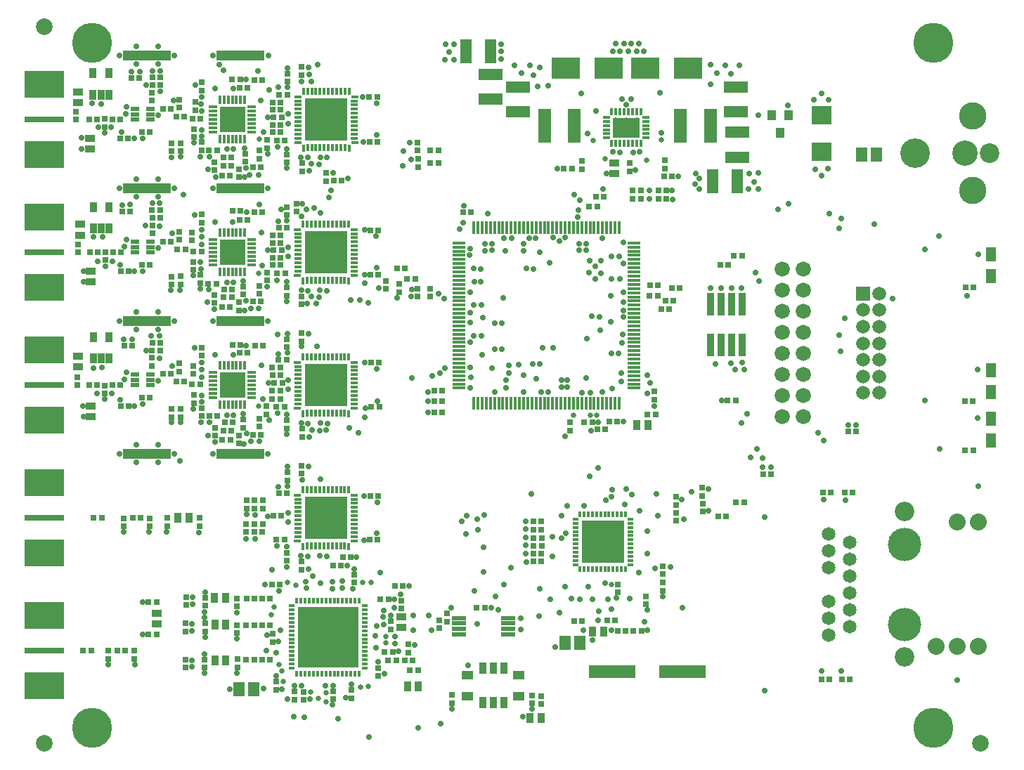
<source format=gbr>
G04 #@! TF.FileFunction,Soldermask,Top*
%FSLAX46Y46*%
G04 Gerber Fmt 4.6, Leading zero omitted, Abs format (unit mm)*
G04 Created by KiCad (PCBNEW 4.0.5) date Thu Apr  6 00:21:21 2017*
%MOMM*%
%LPD*%
G01*
G04 APERTURE LIST*
%ADD10C,0.100000*%
%ADD11C,0.711200*%
%ADD12R,5.844000X1.274000*%
%ADD13R,0.711200X0.660400*%
%ADD14R,0.660400X0.711200*%
%ADD15R,1.452400X1.652400*%
%ADD16R,3.476752X2.577084*%
%ADD17R,1.152400X0.902400*%
%ADD18R,2.852400X1.452400*%
%ADD19R,1.452400X2.852400*%
%ADD20R,0.902400X1.152400*%
%ADD21R,1.661922X1.661922*%
%ADD22C,1.661922*%
%ADD23C,1.651000*%
%ADD24C,2.032000*%
%ADD25C,2.336800*%
%ADD26C,4.013200*%
%ADD27C,3.302000*%
%ADD28C,2.362200*%
%ADD29C,3.048000*%
%ADD30C,3.556000*%
%ADD31C,1.828800*%
%ADD32R,1.627124X4.126992*%
%ADD33R,1.254000X1.754000*%
%ADD34C,4.826000*%
%ADD35R,0.889000X1.422400*%
%ADD36R,1.422400X1.066800*%
%ADD37R,1.016000X1.168400*%
%ADD38C,0.635000*%
%ADD39R,0.838200X2.667000*%
%ADD40R,1.576832X0.376936*%
%ADD41R,0.376936X1.576832*%
%ADD42R,1.753870X0.583946*%
%ADD43R,0.914000X1.254000*%
%ADD44R,5.627116X1.627124*%
%ADD45R,2.426716X2.227072*%
%ADD46R,1.016000X0.533400*%
%ADD47C,2.000000*%
%ADD48R,4.851400X0.762000*%
%ADD49R,4.826000X3.302000*%
%ADD50C,0.660400*%
%ADD51R,1.076706X0.426974*%
%ADD52R,0.426974X1.076706*%
%ADD53R,3.077000X3.077000*%
%ADD54R,0.990600X0.990600*%
%ADD55R,0.726948X0.376936*%
%ADD56R,0.376936X0.726948*%
%ADD57R,7.326884X7.326884*%
%ADD58R,1.651000X1.651000*%
%ADD59R,0.376936X0.827024*%
%ADD60R,0.827024X0.376936*%
%ADD61R,3.177000X2.477000*%
%ADD62R,0.701548X0.351536*%
%ADD63R,0.351536X0.701548*%
%ADD64R,5.101590X5.101590*%
%ADD65R,0.849630X0.401574*%
%ADD66R,0.951230X0.401574*%
%ADD67R,0.401574X0.849630*%
%ADD68R,0.401574X0.951230*%
%ADD69R,5.201600X5.201600*%
G04 APERTURE END LIST*
D10*
D11*
X68910200Y62306200D03*
X58470800Y51003200D03*
X59690000Y51993800D03*
X58496200Y51943000D03*
X69570600Y63017400D03*
X68148200Y63068200D03*
X69545200Y64541400D03*
X68224400Y64490600D03*
X74726800Y89789000D03*
X74142600Y90678000D03*
X73863200Y89789000D03*
X73177400Y90652600D03*
X72898000Y89763600D03*
X72339200Y90652600D03*
X71882000Y89738200D03*
X71374000Y90652600D03*
X57531000Y88849200D03*
X57531000Y90576400D03*
X86207600Y88036400D03*
X85242400Y87020400D03*
X84582000Y88087200D03*
X82727800Y88112600D03*
X82753200Y85775800D03*
X80949800Y75031600D03*
X80924400Y73761600D03*
X81432400Y73177400D03*
X88519000Y75082400D03*
X87452200Y75057000D03*
X87985600Y74015600D03*
X87376000Y73126600D03*
X96139000Y74726800D03*
X96901000Y75641200D03*
X97028000Y83870800D03*
X96139000Y84658200D03*
X63220600Y85572600D03*
X95224600Y83870800D03*
X61950600Y85521800D03*
X59131200Y88036400D03*
X60020200Y87096600D03*
X60985400Y88061800D03*
X61391800Y86893400D03*
X51866800Y88747600D03*
X50800000Y88722200D03*
X51892200Y90627200D03*
X50876200Y90627200D03*
D12*
X14859000Y89281000D03*
X26162000Y89281000D03*
X14859000Y73279000D03*
X26162000Y73279000D03*
D13*
X27813000Y86258400D03*
X28778200Y86258400D03*
X15519400Y86614000D03*
X16484600Y86614000D03*
X7899400Y81534000D03*
X8864600Y81534000D03*
X15544800Y85674200D03*
X16510000Y85674200D03*
X16789400Y82804000D03*
X17754600Y82804000D03*
X20345400Y81661000D03*
X21310600Y81661000D03*
X26009600Y85344000D03*
X26974800Y85344000D03*
X29997400Y83591400D03*
X30962600Y83591400D03*
X29997400Y82702400D03*
X30962600Y82702400D03*
X29997400Y80899000D03*
X30962600Y80899000D03*
X29997400Y80010000D03*
X30962600Y80010000D03*
D14*
X25933400Y75539600D03*
X25933400Y74574400D03*
D13*
X24866600Y74803000D03*
X23901400Y74803000D03*
D14*
X22987000Y76377800D03*
X22987000Y75412600D03*
X18923000Y78695800D03*
X18923000Y77730600D03*
D13*
X23317200Y77825600D03*
X22352000Y77825600D03*
D14*
X21437600Y78790800D03*
X21437600Y77825600D03*
X29311600Y79070200D03*
X29311600Y78105000D03*
X21437600Y85039200D03*
X21437600Y86004400D03*
X20701000Y83642200D03*
X20701000Y82677000D03*
D13*
X25120600Y86334600D03*
X26085800Y86334600D03*
D14*
X26695400Y77393800D03*
X26695400Y76428600D03*
X20548600Y80365600D03*
X20548600Y79400400D03*
D13*
X10693400Y81534000D03*
X11658600Y81534000D03*
X31083000Y81788000D03*
X30117800Y81788000D03*
X31775400Y84505800D03*
X30810200Y84505800D03*
X31470600Y78994000D03*
X30505400Y78994000D03*
D14*
X33578800Y76250800D03*
X33578800Y75285600D03*
X31724600Y77343000D03*
X31724600Y76377800D03*
D13*
X41681400Y78867000D03*
X42646600Y78867000D03*
D14*
X31800800Y86080600D03*
X31800800Y87045800D03*
X33528000Y86893400D03*
X33528000Y87858600D03*
D13*
X41630600Y84251800D03*
X42595800Y84251800D03*
D14*
X28371800Y76835000D03*
X28371800Y77800200D03*
D13*
X31724600Y36474400D03*
X30759400Y36474400D03*
X31445200Y30937200D03*
X30480000Y30937200D03*
X31064200Y33756600D03*
X30099000Y33756600D03*
X44462190Y17373600D03*
X43496990Y17373600D03*
X44907200Y16357600D03*
X43942000Y16357600D03*
X47523400Y15189200D03*
X46558200Y15189200D03*
X29718000Y23825200D03*
X28752800Y23825200D03*
X29718000Y20574000D03*
X28752800Y20574000D03*
X29718000Y16433800D03*
X28752800Y16433800D03*
D15*
X27747800Y12852400D03*
X25947800Y12852400D03*
D14*
X30429200Y13766800D03*
X30429200Y12801600D03*
D13*
X43002200Y23698200D03*
X43967400Y23698200D03*
D14*
X30048200Y18567400D03*
X30048200Y19532600D03*
X33756600Y12573000D03*
X33756600Y11607800D03*
X32639000Y12598400D03*
X32639000Y11633200D03*
X37261800Y12630400D03*
X37261800Y11665200D03*
X39522400Y12750800D03*
X39522400Y11785600D03*
D13*
X30861000Y25476200D03*
X29895800Y25476200D03*
D14*
X39878000Y25704800D03*
X39878000Y26670000D03*
X42722800Y15417800D03*
X42722800Y14452600D03*
D13*
X27800300Y70332600D03*
X28765500Y70332600D03*
X15494000Y70637400D03*
X16459200Y70637400D03*
X7975600Y65532000D03*
X8940800Y65532000D03*
X15519400Y69672200D03*
X16484600Y69672200D03*
X16814800Y66776600D03*
X17780000Y66776600D03*
X20472400Y65608200D03*
X21437600Y65608200D03*
X26009600Y69418200D03*
X26974800Y69418200D03*
X29997400Y67564000D03*
X30962600Y67564000D03*
X29997400Y66675000D03*
X30962600Y66675000D03*
X29997400Y64897000D03*
X30962600Y64897000D03*
X29997400Y64008000D03*
X30962600Y64008000D03*
D14*
X25984200Y59512200D03*
X25984200Y58547000D03*
D13*
X24892000Y58928000D03*
X23926800Y58928000D03*
D14*
X22987000Y60375800D03*
X22987000Y59410600D03*
X18948400Y62636400D03*
X18948400Y61671200D03*
D13*
X23215600Y61722000D03*
X22250400Y61722000D03*
D14*
X21463000Y69113400D03*
X21463000Y70078600D03*
X29311600Y63093600D03*
X29311600Y62128400D03*
X20447000Y64363600D03*
X20447000Y63398400D03*
D13*
X25171400Y70510400D03*
X26136600Y70510400D03*
D14*
X26492200Y61417200D03*
X26492200Y60452000D03*
X20320000Y67919600D03*
X20320000Y66954400D03*
X21336000Y62814200D03*
X21336000Y61849000D03*
D13*
X10769600Y65532000D03*
X11734800Y65532000D03*
X31089600Y65786000D03*
X30124400Y65786000D03*
X31724600Y68503800D03*
X30759400Y68503800D03*
X31528000Y62960000D03*
X30562800Y62960000D03*
D14*
X33477200Y60198000D03*
X33477200Y59232800D03*
X31743400Y61296800D03*
X31743400Y60331600D03*
X31731200Y70021200D03*
X31731200Y70986400D03*
D13*
X41757600Y68173600D03*
X42722800Y68173600D03*
X41757600Y62839600D03*
X42722800Y62839600D03*
D14*
X32867600Y70434200D03*
X32867600Y71399400D03*
X28397200Y60528200D03*
X28397200Y61493400D03*
D13*
X27863800Y54279800D03*
X28829000Y54279800D03*
X15519400Y54635400D03*
X16484600Y54635400D03*
X7899400Y49504600D03*
X8864600Y49504600D03*
X15468600Y53721000D03*
X16433800Y53721000D03*
X16789400Y50850800D03*
X17754600Y50850800D03*
X20320000Y49606200D03*
X21285200Y49606200D03*
X26009600Y53416200D03*
X26974800Y53416200D03*
X29946600Y51638200D03*
X30911800Y51638200D03*
X29997400Y50698400D03*
X30962600Y50698400D03*
X29972000Y48818800D03*
X30937200Y48818800D03*
X29972000Y47853600D03*
X30937200Y47853600D03*
D14*
X25933400Y43459400D03*
X25933400Y42494200D03*
D13*
X24917400Y42900600D03*
X23952200Y42900600D03*
D14*
X23037800Y44373800D03*
X23037800Y43408600D03*
X18897600Y46634400D03*
X18897600Y45669200D03*
D13*
X23342600Y45796200D03*
X22377400Y45796200D03*
D14*
X21463000Y53060600D03*
X21463000Y54025800D03*
X20472400Y51841400D03*
X20472400Y50876200D03*
X26466800Y45364400D03*
X26466800Y44399200D03*
X20497800Y48336200D03*
X20497800Y47371000D03*
D13*
X25196800Y54381400D03*
X26162000Y54381400D03*
D14*
X29260800Y46964600D03*
X29260800Y45999400D03*
X21437600Y46736000D03*
X21437600Y45770800D03*
D13*
X10693400Y49504600D03*
X11658600Y49504600D03*
X31165800Y49758600D03*
X30200600Y49758600D03*
X31699200Y52552600D03*
X30734000Y52552600D03*
X31445200Y46939200D03*
X30480000Y46939200D03*
D14*
X31750000Y54089810D03*
X31750000Y55055010D03*
X31750000Y45288200D03*
X31750000Y44323000D03*
X33578800Y44272200D03*
X33578800Y43307000D03*
X33528000Y54813200D03*
X33528000Y55778400D03*
D13*
X41884600Y46888400D03*
X42849800Y46888400D03*
X41859200Y52247800D03*
X42824400Y52247800D03*
D14*
X28371800Y44500800D03*
X28371800Y45466000D03*
D13*
X27838400Y35610800D03*
X28803600Y35610800D03*
X27838400Y34645600D03*
X28803600Y34645600D03*
X27838400Y32766000D03*
X28803600Y32766000D03*
X27806400Y31826200D03*
X28771600Y31826200D03*
X72517000Y19913600D03*
X71551800Y19913600D03*
X73488800Y19939000D03*
X74454000Y19939000D03*
D16*
X70519544Y87680800D03*
X65319656Y87680800D03*
D17*
X71196200Y76316586D03*
X71196200Y75016586D03*
D18*
X59563000Y82471000D03*
X59563000Y85471000D03*
D16*
X74895456Y87706200D03*
X80095344Y87706200D03*
D18*
X85852000Y82472400D03*
X85852000Y85472400D03*
D14*
X31775400Y38042600D03*
X31775400Y39007800D03*
X33502600Y38836600D03*
X33502600Y39801800D03*
X31699200Y29305000D03*
X31699200Y28339800D03*
X33528000Y28263600D03*
X33528000Y27298400D03*
D13*
X41757600Y36195000D03*
X42722800Y36195000D03*
X41700200Y30886400D03*
X42665400Y30886400D03*
X68961000Y72237600D03*
X69926200Y72237600D03*
D14*
X36449000Y74117200D03*
X36449000Y75082400D03*
X47498000Y60172600D03*
X47498000Y61137800D03*
X19532600Y16440400D03*
X19532600Y15475200D03*
X19558000Y19830800D03*
X19558000Y20796000D03*
X19583400Y24003000D03*
X19583400Y23037800D03*
D19*
X85980400Y74117200D03*
X82980400Y74117200D03*
D14*
X44272200Y20098000D03*
X44272200Y21063200D03*
D17*
X45516800Y20305000D03*
X45516800Y21605000D03*
D15*
X67016200Y18491200D03*
X65216200Y18491200D03*
D14*
X71577200Y25527000D03*
X71577200Y24561800D03*
D13*
X37287200Y27762200D03*
X38252400Y27762200D03*
D14*
X61239400Y12122400D03*
X61239400Y11157200D03*
X25679400Y23799800D03*
X25679400Y22834600D03*
X21869400Y23876000D03*
X21869400Y22910800D03*
X25711400Y20618200D03*
X25711400Y19653000D03*
X21876000Y20796000D03*
X21876000Y19830800D03*
X25755600Y16484600D03*
X25755600Y15519400D03*
X21818600Y16433800D03*
X21818600Y15468600D03*
D19*
X56262400Y89763600D03*
X53262400Y89763600D03*
D14*
X17297400Y33502600D03*
X17297400Y32537400D03*
X21183600Y33502600D03*
X21183600Y32537400D03*
D13*
X16027400Y19456400D03*
X15062200Y19456400D03*
X16027400Y23393400D03*
X15062200Y23393400D03*
X12573000Y79248000D03*
X11607800Y79248000D03*
X13970000Y86512400D03*
X13004800Y86512400D03*
X12674600Y63246000D03*
X11709400Y63246000D03*
X12852400Y70485000D03*
X11887200Y70485000D03*
X12674600Y46990000D03*
X11709400Y46990000D03*
X13074400Y54305200D03*
X12109200Y54305200D03*
X90036400Y38760400D03*
X89071200Y38760400D03*
X100304600Y43942000D03*
X99339400Y43942000D03*
X97110800Y14097000D03*
X96145600Y14097000D03*
X99561400Y14097000D03*
X98596200Y14097000D03*
X99904800Y36576000D03*
X98939600Y36576000D03*
X97237800Y36576000D03*
X96272600Y36576000D03*
D14*
X51028600Y21031200D03*
X51028600Y21996400D03*
X51587400Y12185400D03*
X51587400Y11220200D03*
D20*
X68565000Y19837400D03*
X69865000Y19837400D03*
D13*
X45694600Y25298400D03*
X44729400Y25298400D03*
X39420800Y28778200D03*
X38455600Y28778200D03*
D14*
X62331600Y11106400D03*
X62331600Y12071600D03*
D17*
X8001000Y77948000D03*
X8001000Y79248000D03*
X8128000Y61961000D03*
X8128000Y63261000D03*
X8128000Y45705000D03*
X8128000Y47005000D03*
D13*
X55575200Y22733000D03*
X54610000Y22733000D03*
D21*
X101124004Y60572396D03*
D22*
X103124000Y60572396D03*
X101124004Y58572400D03*
X103124000Y58572400D03*
X101124004Y56572404D03*
X103124000Y56572404D03*
X101124004Y54572408D03*
X103124000Y54572408D03*
X101124004Y52572412D03*
X103124000Y52572412D03*
X101124004Y50572416D03*
X103124000Y50572416D03*
X101124004Y48572420D03*
X103124000Y48572420D03*
D23*
X99568000Y30607000D03*
X99568000Y28575000D03*
X99568000Y26543000D03*
X99568000Y24511000D03*
X99568000Y22479000D03*
X99568000Y20447000D03*
X97028000Y31623000D03*
X97028000Y29591000D03*
X97028000Y27559000D03*
X97028000Y23495000D03*
X97028000Y21463000D03*
X97028000Y19431000D03*
D24*
X112522000Y33045400D03*
X115062000Y33045400D03*
X109982000Y18008600D03*
X112522000Y18008600D03*
X115062000Y18008600D03*
D25*
X106172000Y34315400D03*
X106172000Y16738600D03*
D26*
X106172000Y30353000D03*
X106172000Y20701000D03*
D27*
X114382804Y81970118D03*
X114382804Y72969882D03*
D28*
X116382800Y77470000D03*
D29*
X113382806Y77470000D03*
D30*
X107382818Y77470000D03*
D31*
X93980000Y45720000D03*
X91440000Y45720000D03*
X93980000Y48260000D03*
X91440000Y48260000D03*
X93980000Y50800000D03*
X91440000Y50800000D03*
X93980000Y53340000D03*
X91440000Y53340000D03*
X93980000Y55880000D03*
X91440000Y55880000D03*
X93980000Y58420000D03*
X91440000Y58420000D03*
X93980000Y60960000D03*
X91440000Y60960000D03*
X93980000Y63500000D03*
X91440000Y63500000D03*
D14*
X9779000Y81584800D03*
X9779000Y80619600D03*
X15494000Y84759800D03*
X15494000Y83794600D03*
X9855200Y65532000D03*
X9855200Y64566800D03*
X15544800Y68757800D03*
X15544800Y67792600D03*
X9779000Y49479200D03*
X9779000Y48514000D03*
X15468600Y52806600D03*
X15468600Y51841400D03*
D32*
X66341498Y80772000D03*
X62741302Y80772000D03*
X82724498Y80746600D03*
X79124302Y80746600D03*
D14*
X6350000Y82499200D03*
X6350000Y81534000D03*
X6604000Y66497200D03*
X6604000Y65532000D03*
X6477000Y50495200D03*
X6477000Y49530000D03*
D20*
X24322800Y23850600D03*
X23022800Y23850600D03*
X24348200Y20675600D03*
X23048200Y20675600D03*
X24348200Y16383000D03*
X23048200Y16383000D03*
X18603200Y33528000D03*
X19903200Y33528000D03*
D17*
X16027400Y20762200D03*
X16027400Y22062200D03*
D20*
X75199000Y44678600D03*
X73899000Y44678600D03*
D33*
X116586000Y48708000D03*
X116586000Y51308000D03*
X116586000Y42866000D03*
X116586000Y45466000D03*
X116586000Y62682600D03*
X116586000Y65282600D03*
D34*
X8255000Y90805000D03*
X109601000Y90805000D03*
X8255000Y8255000D03*
X109601000Y8255000D03*
D35*
X57835800Y15392400D03*
X56565800Y15392400D03*
X55295800Y15392400D03*
X55295800Y11226800D03*
X56565800Y11226800D03*
X57835800Y11226800D03*
D36*
X53467000Y14579600D03*
X53467000Y12039600D03*
X59664600Y12039600D03*
X59664600Y14579600D03*
D37*
X92151200Y82016600D03*
X90170000Y82016600D03*
X91160600Y79933800D03*
D14*
X18796000Y82956400D03*
X18796000Y83921600D03*
D13*
X14274800Y80035400D03*
X15240000Y80035400D03*
X19380200Y81915000D03*
X18415000Y81915000D03*
X24053800Y76936600D03*
X25019000Y76936600D03*
X25019000Y75946000D03*
X24053800Y75946000D03*
D14*
X17830800Y78670400D03*
X17830800Y77705200D03*
D13*
X28575000Y75819000D03*
X27609800Y75819000D03*
X46888400Y16383000D03*
X45923200Y16383000D03*
D14*
X46373800Y17316200D03*
X46373800Y18281400D03*
D13*
X27813000Y23825200D03*
X26847800Y23825200D03*
X27787600Y20574000D03*
X26822400Y20574000D03*
X27800810Y16433800D03*
X26835610Y16433800D03*
D14*
X18796000Y67030600D03*
X18796000Y67995800D03*
D13*
X14274800Y64008000D03*
X15240000Y64008000D03*
X19507200Y65887600D03*
X18542000Y65887600D03*
X24155400Y61061600D03*
X25120600Y61061600D03*
X25069800Y60121800D03*
X24104600Y60121800D03*
D14*
X17805400Y62611000D03*
X17805400Y61645800D03*
D13*
X28575000Y59613800D03*
X27609800Y59613800D03*
D14*
X18719800Y51155600D03*
X18719800Y52120800D03*
D13*
X14274800Y48031400D03*
X15240000Y48031400D03*
X19380200Y49936400D03*
X18415000Y49936400D03*
X24257000Y45008800D03*
X25222200Y45008800D03*
X25019000Y44043600D03*
X24053800Y44043600D03*
D14*
X17830800Y46634400D03*
X17830800Y45669200D03*
D13*
X28575000Y43561000D03*
X27609800Y43561000D03*
D14*
X26847800Y35610800D03*
X26847800Y34645600D03*
X10236200Y17500600D03*
X10236200Y16535400D03*
X13360400Y17507200D03*
X13360400Y16542000D03*
D13*
X11309600Y17526000D03*
X12274800Y17526000D03*
D14*
X26771600Y32766000D03*
X26771600Y31800800D03*
D13*
X70535800Y45135800D03*
X71501000Y45135800D03*
X84836000Y47701200D03*
X85801200Y47701200D03*
D14*
X65864990Y45014390D03*
X65864990Y44049190D03*
D13*
X70072000Y44170600D03*
X69106800Y44170600D03*
D14*
X75990200Y48736000D03*
X75990200Y47770800D03*
D13*
X50419000Y48869600D03*
X49453800Y48869600D03*
X50419000Y46253400D03*
X49453800Y46253400D03*
X76123800Y45999400D03*
X75158600Y45999400D03*
X52959000Y70383400D03*
X53924200Y70383400D03*
X50419000Y47574200D03*
X49453800Y47574200D03*
X67564000Y45085000D03*
X68529200Y45085000D03*
X113436400Y41656000D03*
X114401600Y41656000D03*
X113417600Y47625000D03*
X114382800Y47625000D03*
X85833200Y35356800D03*
X86798400Y35356800D03*
X83667600Y33731200D03*
X84632800Y33731200D03*
D14*
X77292200Y76606400D03*
X77292200Y75641200D03*
D13*
X77165200Y74676000D03*
X78130400Y74676000D03*
X66065400Y75641200D03*
X65100200Y75641200D03*
D14*
X67310000Y75565000D03*
X67310000Y76530200D03*
X73025000Y76276200D03*
X73025000Y75311000D03*
D13*
X113455200Y61341000D03*
X114420400Y61341000D03*
X68148200Y71043800D03*
X69113400Y71043800D03*
X38354000Y74168000D03*
X37388800Y74168000D03*
D14*
X49003200Y61131200D03*
X49003200Y60166000D03*
D13*
X77425800Y72999600D03*
X76460600Y72999600D03*
X77470000Y71932800D03*
X76504800Y71932800D03*
D14*
X47574200Y76784200D03*
X47574200Y75819000D03*
X47440600Y78746600D03*
X47440600Y77781400D03*
X45262800Y60750200D03*
X45262800Y61715400D03*
X43688000Y61131200D03*
X43688000Y62096400D03*
D13*
X85579200Y65151000D03*
X86544400Y65151000D03*
X84905600Y63982600D03*
X83940400Y63982600D03*
D18*
X85979000Y77010000D03*
X85979000Y80010000D03*
D14*
X45516800Y22599400D03*
X45516800Y23564600D03*
X75006200Y24079200D03*
X75006200Y23114000D03*
D13*
X66338200Y21107400D03*
X67303400Y21107400D03*
X71272400Y21183600D03*
X70307200Y21183600D03*
X61410600Y28244800D03*
X62375800Y28244800D03*
X61436000Y30175200D03*
X62401200Y30175200D03*
X61436000Y31115000D03*
X62401200Y31115000D03*
X61410600Y32080200D03*
X62375800Y32080200D03*
X61410600Y33070800D03*
X62375800Y33070800D03*
X61429390Y29210000D03*
X62394590Y29210000D03*
D14*
X81806800Y34283400D03*
X81806800Y35248600D03*
X78587600Y34144200D03*
X78587600Y33179000D03*
X81788000Y36201600D03*
X81788000Y37166800D03*
X78587600Y36061400D03*
X78587600Y35096200D03*
X77012800Y27711400D03*
X77012800Y26746200D03*
X77012800Y25730200D03*
X77012800Y24765000D03*
D17*
X6604000Y83576400D03*
X6604000Y84876400D03*
X6807200Y67599800D03*
X6807200Y68899800D03*
X6604000Y51735210D03*
X6604000Y53035210D03*
D14*
X12039600Y33483800D03*
X12039600Y32518600D03*
X15214600Y33477200D03*
X15214600Y32512000D03*
D13*
X13131800Y33502600D03*
X14097000Y33502600D03*
D20*
X61031610Y9423400D03*
X62331610Y9423400D03*
X47538400Y13233400D03*
X46238400Y13233400D03*
D13*
X8458200Y33528000D03*
X9423400Y33528000D03*
X7188200Y17526000D03*
X8153400Y17526000D03*
X74371200Y71932800D03*
X73406000Y71932800D03*
X74364600Y72999600D03*
X73399400Y72999600D03*
X49022000Y77774800D03*
X49987200Y77774800D03*
X49022000Y76250800D03*
X49987200Y76250800D03*
X45948600Y63576200D03*
X44983400Y63576200D03*
X47174400Y62280800D03*
X46209200Y62280800D03*
D18*
X56261000Y83995000D03*
X56261000Y86995000D03*
D14*
X50088800Y20243800D03*
X50088800Y21209000D03*
D15*
X102743080Y77343000D03*
X100943080Y77343000D03*
D13*
X76447400Y61544200D03*
X75482200Y61544200D03*
X79076800Y61214000D03*
X78111600Y61214000D03*
X76396600Y60325000D03*
X75431400Y60325000D03*
X78301600Y59664600D03*
X77336400Y59664600D03*
X77800200Y58706000D03*
X76835000Y58706000D03*
D12*
X14859000Y57277000D03*
X26162000Y57277000D03*
X14859000Y41275000D03*
X26162000Y41275000D03*
D38*
X41859200Y25704800D03*
X40894000Y25704800D03*
X31292800Y13792200D03*
X31089600Y15036800D03*
X34594800Y12522200D03*
X35534600Y11734800D03*
X36423600Y12446000D03*
X36474400Y11379200D03*
X43637200Y18491200D03*
X43637200Y19253200D03*
X40589200Y13157200D03*
X41554400Y13208000D03*
X28397200Y79171800D03*
X28346400Y62966600D03*
X28295600Y47015400D03*
X32791400Y25374600D03*
X31775400Y25755600D03*
X69088000Y45872400D03*
X68249800Y45872400D03*
X66243200Y45897800D03*
X70815200Y25450800D03*
X76809600Y79121000D03*
X75057000Y76657200D03*
X68605400Y78968600D03*
X70078600Y76758800D03*
X30149800Y22783800D03*
X29870400Y21818600D03*
X30759400Y15798800D03*
D39*
X82727800Y54356000D03*
X83997800Y54356000D03*
X85267800Y54356000D03*
X86537800Y54356000D03*
X86537800Y59283600D03*
X85267800Y59283600D03*
X83997800Y59283600D03*
X82727800Y59283600D03*
D40*
X52441856Y66664078D03*
X52441856Y66163952D03*
X52441856Y65663826D03*
X52441856Y65163700D03*
X52441856Y64663574D03*
X52441856Y64163448D03*
X52441856Y63663322D03*
X52441856Y63163196D03*
X52441856Y62663070D03*
X52441856Y62162944D03*
X52441856Y61662818D03*
X52441856Y61162692D03*
X52441856Y60662566D03*
X52441856Y60162440D03*
X52441856Y59662314D03*
X52441856Y59162188D03*
X52441856Y58662062D03*
X52441856Y58161936D03*
X52441856Y57661810D03*
X52441856Y57161684D03*
X52441856Y56661558D03*
X52441856Y56161432D03*
X52441856Y55661306D03*
X52441856Y55161180D03*
X52441856Y54661054D03*
X52441856Y54160928D03*
X52441856Y53660802D03*
X52441856Y53160676D03*
X52441856Y52660550D03*
X52441856Y52160424D03*
X52441856Y51660298D03*
X52441856Y51160172D03*
X52441856Y50660046D03*
X52441856Y50159920D03*
X52441856Y49659794D03*
X52441856Y49159668D03*
X73541890Y49159922D03*
X73541890Y49660048D03*
X73541890Y50160174D03*
X73541890Y50660300D03*
X73541890Y51160426D03*
X73541890Y51660552D03*
X73541890Y52160678D03*
X73541890Y52660804D03*
X73541890Y53160930D03*
X73541890Y53661056D03*
X73541890Y54161182D03*
X73541890Y54661308D03*
X73541890Y55161434D03*
X73541890Y55661560D03*
X73541890Y56161686D03*
X73541890Y56661812D03*
X73541890Y57161938D03*
X73541890Y57662064D03*
X73541890Y58162190D03*
X73541890Y58662316D03*
X73541890Y59162442D03*
X73541890Y59662568D03*
X73541890Y60162694D03*
X73541890Y60662820D03*
X73541890Y61162946D03*
X73541890Y61663072D03*
X73541890Y62163198D03*
X73541890Y62663324D03*
X73541890Y63163450D03*
X73541890Y63663576D03*
X73541890Y64163702D03*
X73541890Y64663828D03*
X73541890Y65163954D03*
X73541890Y65664080D03*
X73541890Y66164206D03*
X73541890Y66664332D03*
D41*
X54239922Y47362110D03*
X54740048Y47362110D03*
X55240174Y47362110D03*
X55740300Y47362110D03*
X56240426Y47362110D03*
X56740552Y47362110D03*
X57240678Y47362110D03*
X57740804Y47362110D03*
X58240930Y47362110D03*
X58741056Y47362110D03*
X59241182Y47362110D03*
X59741308Y47362110D03*
X60241434Y47362110D03*
X60741560Y47362110D03*
X61241686Y47362110D03*
X61741812Y47362110D03*
X62241938Y47362110D03*
X62742064Y47362110D03*
X63242190Y47362110D03*
X63742316Y47362110D03*
X64242442Y47362110D03*
X64742568Y47362110D03*
X65242694Y47362110D03*
X65742820Y47362110D03*
X66242946Y47362110D03*
X66743072Y47362110D03*
X67243198Y47362110D03*
X67743324Y47362110D03*
X68243450Y47362110D03*
X68743576Y47362110D03*
X69243702Y47362110D03*
X69743828Y47362110D03*
X70243954Y47362110D03*
X70744080Y47362110D03*
X71244206Y47362110D03*
X71744332Y47362110D03*
X71744078Y68462144D03*
X71243952Y68462144D03*
X70743826Y68462144D03*
X70243700Y68462144D03*
X69743574Y68462144D03*
X69243448Y68462144D03*
X68743322Y68462144D03*
X68243196Y68462144D03*
X67743070Y68462144D03*
X67242944Y68462144D03*
X66742818Y68462144D03*
X66242692Y68462144D03*
X65742566Y68462144D03*
X65242440Y68462144D03*
X64742314Y68462144D03*
X64242188Y68462144D03*
X63742062Y68462144D03*
X63241936Y68462144D03*
X62741810Y68462144D03*
X62241684Y68462144D03*
X61741558Y68462144D03*
X61241432Y68462144D03*
X60741306Y68462144D03*
X60241180Y68462144D03*
X59741054Y68462144D03*
X59240928Y68462144D03*
X58740802Y68462144D03*
X58240676Y68462144D03*
X57740550Y68462144D03*
X57240424Y68462144D03*
X56740298Y68462144D03*
X56240172Y68462144D03*
X55740046Y68462144D03*
X55239920Y68462144D03*
X54739794Y68462144D03*
X54239668Y68462144D03*
D42*
X58372756Y19497548D03*
X58372756Y20147534D03*
X58372756Y20797266D03*
X58372756Y21447252D03*
X52472844Y21447252D03*
X52472844Y20797266D03*
X52472844Y20147534D03*
X52472844Y19497548D03*
D43*
X8382000Y84522000D03*
X9332000Y84522000D03*
X10282000Y84522000D03*
X10282000Y87122000D03*
X8382000Y87122000D03*
X8422600Y68376800D03*
X9372600Y68376800D03*
X10322600Y68376800D03*
X10322600Y70976800D03*
X8422600Y70976800D03*
X8397200Y52730400D03*
X9347200Y52730400D03*
X10297200Y52730400D03*
X10297200Y55330400D03*
X8397200Y55330400D03*
D44*
X79416908Y14960600D03*
X70916798Y14960600D03*
D45*
X96139000Y77641958D03*
X96139000Y82042000D03*
D46*
X13398500Y82829400D03*
X13398500Y82169000D03*
X13398500Y81508600D03*
X15303500Y81508600D03*
X15303500Y82169000D03*
X15303500Y82829400D03*
X13398500Y66827400D03*
X13398500Y66167000D03*
X13398500Y65506600D03*
X15303500Y65506600D03*
X15303500Y66167000D03*
X15303500Y66827400D03*
X13398500Y50825400D03*
X13398500Y50165000D03*
X13398500Y49504600D03*
X15303500Y49504600D03*
X15303500Y50165000D03*
X15303500Y50825400D03*
D47*
X2540000Y6350000D03*
X115316000Y6350000D03*
X2540000Y92710000D03*
D11*
X88519000Y82042000D03*
D48*
X2527300Y81534000D03*
D49*
X2540000Y77279500D03*
X2540000Y85788500D03*
D50*
X2540000Y78105000D03*
X4191000Y78105000D03*
X889000Y78105000D03*
X889000Y76327000D03*
X2540000Y76327000D03*
X4191000Y76327000D03*
X889000Y86741000D03*
X2540000Y86741000D03*
X4191000Y86741000D03*
X4191000Y84963000D03*
X2540000Y84963000D03*
X889000Y84963000D03*
D48*
X2527300Y65532000D03*
D49*
X2540000Y61277500D03*
X2540000Y69786500D03*
D50*
X2540000Y62103000D03*
X4191000Y62103000D03*
X889000Y62103000D03*
X889000Y60325000D03*
X2540000Y60325000D03*
X4191000Y60325000D03*
X889000Y70739000D03*
X2540000Y70739000D03*
X4191000Y70739000D03*
X4191000Y68961000D03*
X2540000Y68961000D03*
X889000Y68961000D03*
D48*
X2527300Y49530000D03*
D49*
X2540000Y45275500D03*
X2540000Y53784500D03*
D50*
X2540000Y46101000D03*
X4191000Y46101000D03*
X889000Y46101000D03*
X889000Y44323000D03*
X2540000Y44323000D03*
X4191000Y44323000D03*
X889000Y54737000D03*
X2540000Y54737000D03*
X4191000Y54737000D03*
X4191000Y52959000D03*
X2540000Y52959000D03*
X889000Y52959000D03*
D48*
X2527300Y33528000D03*
D49*
X2540000Y29273500D03*
X2540000Y37782500D03*
D50*
X2540000Y30099000D03*
X4191000Y30099000D03*
X889000Y30099000D03*
X889000Y28321000D03*
X2540000Y28321000D03*
X4191000Y28321000D03*
X889000Y38735000D03*
X2540000Y38735000D03*
X4191000Y38735000D03*
X4191000Y36957000D03*
X2540000Y36957000D03*
X889000Y36957000D03*
D48*
X2527300Y17526000D03*
D49*
X2540000Y13271500D03*
X2540000Y21780500D03*
D50*
X2540000Y14097000D03*
X4191000Y14097000D03*
X889000Y14097000D03*
X889000Y12319000D03*
X2540000Y12319000D03*
X4191000Y12319000D03*
X889000Y22733000D03*
X2540000Y22733000D03*
X4191000Y22733000D03*
X4191000Y20955000D03*
X2540000Y20955000D03*
X889000Y20955000D03*
D51*
X22807676Y83031076D03*
X22807676Y82530950D03*
X22807676Y82030824D03*
X22807676Y81530698D03*
X22807676Y81030572D03*
X22807676Y80530446D03*
X22807676Y80030320D03*
X27487626Y80030320D03*
X27487626Y80530446D03*
X27487626Y81030572D03*
X27487626Y81530698D03*
X27487626Y82030824D03*
X27487626Y82530950D03*
X27487626Y83031076D03*
D52*
X23647400Y79190850D03*
X24147526Y79190850D03*
X24647652Y79190850D03*
X25147778Y79190850D03*
X25647904Y79190850D03*
X26148030Y79190850D03*
X26648156Y79190850D03*
X26648156Y83870800D03*
X26148030Y83870800D03*
X25647904Y83870800D03*
X25147778Y83870800D03*
X24647652Y83870800D03*
X24147526Y83870800D03*
X23647400Y83870800D03*
D53*
X25147778Y81530698D03*
D54*
X24576278Y82102198D03*
X24576278Y80959198D03*
X25719278Y82102198D03*
X25719278Y80959198D03*
D50*
X24004778Y82673698D03*
X25147778Y82673698D03*
X26290778Y82673698D03*
X24004778Y81530698D03*
X25147778Y81530698D03*
X26290778Y81530698D03*
X24004778Y80387698D03*
X25147778Y80387698D03*
X26290778Y80387698D03*
D51*
X22807676Y67029076D03*
X22807676Y66528950D03*
X22807676Y66028824D03*
X22807676Y65528698D03*
X22807676Y65028572D03*
X22807676Y64528446D03*
X22807676Y64028320D03*
X27487626Y64028320D03*
X27487626Y64528446D03*
X27487626Y65028572D03*
X27487626Y65528698D03*
X27487626Y66028824D03*
X27487626Y66528950D03*
X27487626Y67029076D03*
D52*
X23647400Y63188850D03*
X24147526Y63188850D03*
X24647652Y63188850D03*
X25147778Y63188850D03*
X25647904Y63188850D03*
X26148030Y63188850D03*
X26648156Y63188850D03*
X26648156Y67868800D03*
X26148030Y67868800D03*
X25647904Y67868800D03*
X25147778Y67868800D03*
X24647652Y67868800D03*
X24147526Y67868800D03*
X23647400Y67868800D03*
D53*
X25147778Y65528698D03*
D54*
X24576278Y66100198D03*
X24576278Y64957198D03*
X25719278Y66100198D03*
X25719278Y64957198D03*
D50*
X24004778Y66671698D03*
X25147778Y66671698D03*
X26290778Y66671698D03*
X24004778Y65528698D03*
X25147778Y65528698D03*
X26290778Y65528698D03*
X24004778Y64385698D03*
X25147778Y64385698D03*
X26290778Y64385698D03*
D51*
X22807676Y51027076D03*
X22807676Y50526950D03*
X22807676Y50026824D03*
X22807676Y49526698D03*
X22807676Y49026572D03*
X22807676Y48526446D03*
X22807676Y48026320D03*
X27487626Y48026320D03*
X27487626Y48526446D03*
X27487626Y49026572D03*
X27487626Y49526698D03*
X27487626Y50026824D03*
X27487626Y50526950D03*
X27487626Y51027076D03*
D52*
X23647400Y47186850D03*
X24147526Y47186850D03*
X24647652Y47186850D03*
X25147778Y47186850D03*
X25647904Y47186850D03*
X26148030Y47186850D03*
X26648156Y47186850D03*
X26648156Y51866800D03*
X26148030Y51866800D03*
X25647904Y51866800D03*
X25147778Y51866800D03*
X24647652Y51866800D03*
X24147526Y51866800D03*
X23647400Y51866800D03*
D53*
X25147778Y49526698D03*
D54*
X24576278Y50098198D03*
X24576278Y48955198D03*
X25719278Y50098198D03*
X25719278Y48955198D03*
D50*
X24004778Y50669698D03*
X25147778Y50669698D03*
X26290778Y50669698D03*
X24004778Y49526698D03*
X25147778Y49526698D03*
X26290778Y49526698D03*
X24004778Y48383698D03*
X25147778Y48383698D03*
X26290778Y48383698D03*
D55*
X32277558Y22927818D03*
X32277558Y22427692D03*
X32277558Y21927566D03*
X32277558Y21427440D03*
X32277558Y20927314D03*
X32277558Y20427188D03*
X32277558Y19927062D03*
X32277558Y19426936D03*
X32277558Y18926810D03*
X32277558Y18426684D03*
X32277558Y17926558D03*
X32277558Y17426432D03*
X32277558Y16926306D03*
X32277558Y16426180D03*
X32277558Y15926054D03*
X32277558Y15425928D03*
X41077388Y15426182D03*
X41077388Y15926308D03*
X41077388Y16426434D03*
X41077388Y16926560D03*
X41077388Y17426686D03*
X41077388Y17926812D03*
X41077388Y18426938D03*
X41077388Y18927064D03*
X41077388Y19427190D03*
X41077388Y19927316D03*
X41077388Y20427442D03*
X41077388Y20927568D03*
X41077388Y21427694D03*
X41077388Y21927820D03*
X41077388Y22427946D03*
X41077388Y22928072D03*
D56*
X32926782Y14777212D03*
X33426908Y14777212D03*
X33927034Y14777212D03*
X34427160Y14777212D03*
X34927286Y14777212D03*
X35427412Y14777212D03*
X35927538Y14777212D03*
X36427664Y14777212D03*
X36927790Y14777212D03*
X37427916Y14777212D03*
X37928042Y14777212D03*
X38428168Y14777212D03*
X38928294Y14777212D03*
X39428420Y14777212D03*
X39928546Y14777212D03*
X40428672Y14777212D03*
X40428418Y23577042D03*
X39928292Y23577042D03*
X39428166Y23577042D03*
X38928040Y23577042D03*
X38427914Y23577042D03*
X37927788Y23577042D03*
X37427662Y23577042D03*
X36927536Y23577042D03*
X36427410Y23577042D03*
X35927284Y23577042D03*
X35427158Y23577042D03*
X34927032Y23577042D03*
X34426906Y23577042D03*
X33926780Y23577042D03*
X33426654Y23577042D03*
X32926528Y23577042D03*
D57*
X36677600Y19177000D03*
D58*
X34696400Y21158200D03*
X36677600Y21158200D03*
X38658800Y21158200D03*
X34696400Y19177000D03*
X36677600Y19177000D03*
X38658800Y19177000D03*
X34696400Y17195800D03*
X36677600Y17195800D03*
X38658800Y17195800D03*
D50*
X35661600Y20193000D03*
X37693600Y20193000D03*
X37693600Y18161000D03*
X35661600Y18161000D03*
X35661600Y22225000D03*
X37693600Y22225000D03*
X33629600Y22225000D03*
X33629600Y20193000D03*
X33629600Y18161000D03*
X33629600Y16129000D03*
X35661600Y16129000D03*
X37693600Y16129000D03*
X39725600Y16129000D03*
X39725600Y18161000D03*
X39725600Y20193000D03*
X39725600Y22225000D03*
D11*
X95351600Y75488800D03*
X88544400Y73177400D03*
X81407000Y74396600D03*
X83566000Y87122000D03*
X70967600Y89738200D03*
X62230000Y87807800D03*
X57531000Y89712800D03*
X51308000Y89687400D03*
D59*
X70862444Y78663800D03*
X71362570Y78663800D03*
X71862696Y78663800D03*
X72362822Y78663800D03*
X72862948Y78663800D03*
X73363074Y78663800D03*
X73863200Y78663800D03*
X74363326Y78663800D03*
X74363072Y82463894D03*
X73862946Y82463894D03*
X73362820Y82463894D03*
X72862694Y82463894D03*
X72362568Y82463894D03*
X71862442Y82463894D03*
X71362316Y82463894D03*
X70862190Y82463894D03*
D60*
X75012804Y79313786D03*
X75012804Y79813912D03*
X75012804Y80314038D03*
X75012804Y80814164D03*
X75012804Y81314290D03*
X75012804Y81814416D03*
X70212712Y81814162D03*
X70212712Y81314036D03*
X70212712Y80813910D03*
X70212712Y80313784D03*
X70212712Y79813658D03*
X70212712Y79313532D03*
D61*
X72612758Y80563974D03*
D50*
X72612758Y79674974D03*
X72612758Y81452974D03*
X73882758Y81452974D03*
X73882758Y79674974D03*
X71342758Y79674974D03*
X71342758Y81452974D03*
D62*
X73073768Y27881834D03*
X73073768Y28381960D03*
X73073768Y28882086D03*
X73073768Y29382212D03*
X73073768Y29882338D03*
X73073768Y30382464D03*
X73073768Y30882590D03*
X73073768Y31382716D03*
X73073768Y31882842D03*
X73073768Y32382968D03*
X73073768Y32883094D03*
X73073768Y33383220D03*
D63*
X72524366Y33932368D03*
X72024240Y33932368D03*
X71524114Y33932368D03*
X71023988Y33932368D03*
X70523862Y33932368D03*
X70023736Y33932368D03*
X69523610Y33932368D03*
X69023484Y33932368D03*
X68523358Y33932368D03*
X68023232Y33932368D03*
X67523106Y33932368D03*
X67022980Y33932368D03*
D62*
X66473832Y33382966D03*
X66473832Y32882840D03*
X66473832Y32382714D03*
X66473832Y31882588D03*
X66473832Y31382462D03*
X66473832Y30882336D03*
X66473832Y30382210D03*
X66473832Y29882084D03*
X66473832Y29381958D03*
X66473832Y28881832D03*
X66473832Y28381706D03*
X66473832Y27881580D03*
D63*
X67023234Y27332432D03*
X67523360Y27332432D03*
X68023486Y27332432D03*
X68523612Y27332432D03*
X69023738Y27332432D03*
X69523864Y27332432D03*
X70023990Y27332432D03*
X70524116Y27332432D03*
X71024242Y27332432D03*
X71524368Y27332432D03*
X72024494Y27332432D03*
X72524620Y27332432D03*
D64*
X69773800Y30632400D03*
D50*
X69773800Y30632400D03*
X69773800Y28600400D03*
X71805800Y28600400D03*
X67741800Y28600400D03*
X71805800Y30632400D03*
X67741800Y30632400D03*
X67741800Y32664400D03*
X69773800Y32664400D03*
X71805800Y32664400D03*
D65*
X33041082Y84281264D03*
D66*
X33091882Y83781138D03*
X33091882Y83281012D03*
X33091882Y82780886D03*
X33091882Y82280760D03*
X33091882Y81780634D03*
X33091882Y81280508D03*
X33091882Y80780382D03*
X33091882Y80280256D03*
X33091882Y79780130D03*
X33091882Y79280004D03*
D65*
X33041082Y78779878D03*
D67*
X33716214Y78105000D03*
D68*
X34216340Y78155800D03*
X34716466Y78155800D03*
X35216592Y78155800D03*
X35716718Y78155800D03*
X36216844Y78155800D03*
X36716970Y78155800D03*
X37217096Y78155800D03*
X37717222Y78155800D03*
X38217348Y78155800D03*
X38717474Y78155800D03*
D67*
X39217600Y78105000D03*
D65*
X39892478Y78780132D03*
D66*
X39841678Y79280258D03*
X39841678Y79780384D03*
X39841678Y80280510D03*
X39841678Y80780636D03*
X39841678Y81280762D03*
X39841678Y81780888D03*
X39841678Y82281014D03*
X39841678Y82781140D03*
X39841678Y83281266D03*
X39841678Y83781392D03*
D65*
X39892478Y84281518D03*
D67*
X39217346Y84956396D03*
D68*
X38717220Y84905596D03*
X38217094Y84905596D03*
X37716968Y84905596D03*
X37216842Y84905596D03*
X36716716Y84905596D03*
X36216590Y84905596D03*
X35716464Y84905596D03*
X35216338Y84905596D03*
X34716212Y84905596D03*
X34216086Y84905596D03*
D67*
X33715960Y84956396D03*
D69*
X36466780Y81530698D03*
D50*
X35704780Y82292698D03*
X37228780Y82292698D03*
X37228780Y80768698D03*
X35704780Y80768698D03*
X34307780Y83689698D03*
X38625780Y83689698D03*
X35704780Y83689698D03*
X37228780Y83689698D03*
X34307780Y82292698D03*
X38625780Y82292698D03*
X38625780Y80768698D03*
X34307780Y80768698D03*
X34307780Y79371698D03*
X35704780Y79371698D03*
X37228780Y79371698D03*
X38625780Y79371698D03*
D65*
X33015682Y68279264D03*
D66*
X33066482Y67779138D03*
X33066482Y67279012D03*
X33066482Y66778886D03*
X33066482Y66278760D03*
X33066482Y65778634D03*
X33066482Y65278508D03*
X33066482Y64778382D03*
X33066482Y64278256D03*
X33066482Y63778130D03*
X33066482Y63278004D03*
D65*
X33015682Y62777878D03*
D67*
X33690814Y62103000D03*
D68*
X34190940Y62153800D03*
X34691066Y62153800D03*
X35191192Y62153800D03*
X35691318Y62153800D03*
X36191444Y62153800D03*
X36691570Y62153800D03*
X37191696Y62153800D03*
X37691822Y62153800D03*
X38191948Y62153800D03*
X38692074Y62153800D03*
D67*
X39192200Y62103000D03*
D65*
X39867078Y62778132D03*
D66*
X39816278Y63278258D03*
X39816278Y63778384D03*
X39816278Y64278510D03*
X39816278Y64778636D03*
X39816278Y65278762D03*
X39816278Y65778888D03*
X39816278Y66279014D03*
X39816278Y66779140D03*
X39816278Y67279266D03*
X39816278Y67779392D03*
D65*
X39867078Y68279518D03*
D67*
X39191946Y68954396D03*
D68*
X38691820Y68903596D03*
X38191694Y68903596D03*
X37691568Y68903596D03*
X37191442Y68903596D03*
X36691316Y68903596D03*
X36191190Y68903596D03*
X35691064Y68903596D03*
X35190938Y68903596D03*
X34690812Y68903596D03*
X34190686Y68903596D03*
D67*
X33690560Y68954396D03*
D69*
X36441380Y65528698D03*
D50*
X35679380Y66290698D03*
X37203380Y66290698D03*
X37203380Y64766698D03*
X35679380Y64766698D03*
X34282380Y67687698D03*
X38600380Y67687698D03*
X35679380Y67687698D03*
X37203380Y67687698D03*
X34282380Y66290698D03*
X38600380Y66290698D03*
X38600380Y64766698D03*
X34282380Y64766698D03*
X34282380Y63369698D03*
X35679380Y63369698D03*
X37203380Y63369698D03*
X38600380Y63369698D03*
D65*
X33015682Y52277264D03*
D66*
X33066482Y51777138D03*
X33066482Y51277012D03*
X33066482Y50776886D03*
X33066482Y50276760D03*
X33066482Y49776634D03*
X33066482Y49276508D03*
X33066482Y48776382D03*
X33066482Y48276256D03*
X33066482Y47776130D03*
X33066482Y47276004D03*
D65*
X33015682Y46775878D03*
D67*
X33690814Y46101000D03*
D68*
X34190940Y46151800D03*
X34691066Y46151800D03*
X35191192Y46151800D03*
X35691318Y46151800D03*
X36191444Y46151800D03*
X36691570Y46151800D03*
X37191696Y46151800D03*
X37691822Y46151800D03*
X38191948Y46151800D03*
X38692074Y46151800D03*
D67*
X39192200Y46101000D03*
D65*
X39867078Y46776132D03*
D66*
X39816278Y47276258D03*
X39816278Y47776384D03*
X39816278Y48276510D03*
X39816278Y48776636D03*
X39816278Y49276762D03*
X39816278Y49776888D03*
X39816278Y50277014D03*
X39816278Y50777140D03*
X39816278Y51277266D03*
X39816278Y51777392D03*
D65*
X39867078Y52277518D03*
D67*
X39191946Y52952396D03*
D68*
X38691820Y52901596D03*
X38191694Y52901596D03*
X37691568Y52901596D03*
X37191442Y52901596D03*
X36691316Y52901596D03*
X36191190Y52901596D03*
X35691064Y52901596D03*
X35190938Y52901596D03*
X34690812Y52901596D03*
X34190686Y52901596D03*
D67*
X33690560Y52952396D03*
D69*
X36441380Y49526698D03*
D50*
X35679380Y50288698D03*
X37203380Y50288698D03*
X37203380Y48764698D03*
X35679380Y48764698D03*
X34282380Y51685698D03*
X38600380Y51685698D03*
X35679380Y51685698D03*
X37203380Y51685698D03*
X34282380Y50288698D03*
X38600380Y50288698D03*
X38600380Y48764698D03*
X34282380Y48764698D03*
X34282380Y47367698D03*
X35679380Y47367698D03*
X37203380Y47367698D03*
X38600380Y47367698D03*
D65*
X33015682Y36275264D03*
D66*
X33066482Y35775138D03*
X33066482Y35275012D03*
X33066482Y34774886D03*
X33066482Y34274760D03*
X33066482Y33774634D03*
X33066482Y33274508D03*
X33066482Y32774382D03*
X33066482Y32274256D03*
X33066482Y31774130D03*
X33066482Y31274004D03*
D65*
X33015682Y30773878D03*
D67*
X33690814Y30099000D03*
D68*
X34190940Y30149800D03*
X34691066Y30149800D03*
X35191192Y30149800D03*
X35691318Y30149800D03*
X36191444Y30149800D03*
X36691570Y30149800D03*
X37191696Y30149800D03*
X37691822Y30149800D03*
X38191948Y30149800D03*
X38692074Y30149800D03*
D67*
X39192200Y30099000D03*
D65*
X39867078Y30774132D03*
D66*
X39816278Y31274258D03*
X39816278Y31774384D03*
X39816278Y32274510D03*
X39816278Y32774636D03*
X39816278Y33274762D03*
X39816278Y33774888D03*
X39816278Y34275014D03*
X39816278Y34775140D03*
X39816278Y35275266D03*
X39816278Y35775392D03*
D65*
X39867078Y36275518D03*
D67*
X39191946Y36950396D03*
D68*
X38691820Y36899596D03*
X38191694Y36899596D03*
X37691568Y36899596D03*
X37191442Y36899596D03*
X36691316Y36899596D03*
X36191190Y36899596D03*
X35691064Y36899596D03*
X35190938Y36899596D03*
X34690812Y36899596D03*
X34190686Y36899596D03*
D67*
X33690560Y36950396D03*
D69*
X36441380Y33524698D03*
D50*
X35679380Y34286698D03*
X37203380Y34286698D03*
X37203380Y32762698D03*
X35679380Y32762698D03*
X34282380Y35683698D03*
X38600380Y35683698D03*
X35679380Y35683698D03*
X37203380Y35683698D03*
X34282380Y34286698D03*
X38600380Y34286698D03*
X38600380Y32762698D03*
X34282380Y32762698D03*
X34282380Y31365698D03*
X35679380Y31365698D03*
X37203380Y31365698D03*
X38600380Y31365698D03*
D11*
X68910200Y63804800D03*
X60248800Y50749200D03*
X14782800Y85648800D03*
X15570200Y87350600D03*
X14325600Y79273400D03*
X8255000Y83489800D03*
X6985000Y79375000D03*
X13335000Y79248000D03*
X13995400Y87274400D03*
X13589000Y40259000D03*
X13589000Y42316400D03*
X16256000Y40259000D03*
X16256000Y42316400D03*
X16256000Y58318400D03*
X16256000Y56261000D03*
X13589000Y56261000D03*
X13589000Y58318400D03*
X16256000Y74320400D03*
X16256000Y72263000D03*
X13589000Y72263000D03*
X13563600Y74320400D03*
X16256000Y90322400D03*
X16256000Y88239600D03*
X13589000Y88239600D03*
X13563600Y90322400D03*
X29489400Y89281000D03*
X22809200Y89281000D03*
X11811000Y80010000D03*
X12979400Y87274400D03*
X36576000Y28905200D03*
X35712400Y28930600D03*
X34239200Y28905200D03*
X31877000Y32994600D03*
X31877000Y34163000D03*
X36601400Y44907200D03*
X35737800Y44932600D03*
X34290000Y44907200D03*
X31902400Y48996600D03*
X31902400Y50165000D03*
X36576000Y60909200D03*
X35712400Y60934600D03*
X34239200Y60909200D03*
X31877000Y64998600D03*
X31877000Y66167000D03*
X36550600Y76936600D03*
X35737800Y76962000D03*
X34264600Y76936600D03*
X31902400Y81026000D03*
X31902400Y82194400D03*
X65354200Y31673800D03*
X74244200Y77622400D03*
X92100400Y83261200D03*
X78841600Y74676000D03*
X73710800Y75412600D03*
X70231000Y74980800D03*
X64338200Y75641200D03*
X36372800Y13258800D03*
X30911800Y19989800D03*
X25298400Y45923200D03*
X24511000Y45923200D03*
X23088600Y53213000D03*
X25273000Y61925200D03*
X24485600Y61925200D03*
X23063200Y69215000D03*
X23088600Y85242400D03*
X25298400Y77952600D03*
X24511000Y77952600D03*
X73253600Y36322000D03*
X57810400Y59994800D03*
X57912000Y67233800D03*
X60909200Y67259200D03*
X69743600Y67238600D03*
X72263000Y66700400D03*
X72237600Y60680600D03*
X72288400Y58521600D03*
X71983600Y50977800D03*
X69743800Y48661800D03*
X65532000Y50088800D03*
X64795400Y50088800D03*
X56413400Y51587400D03*
X63169800Y48691800D03*
X60241400Y48684400D03*
X58115200Y50139600D03*
X53796900Y54661100D03*
X55194200Y55473600D03*
X55179700Y59171100D03*
X53797200Y60680600D03*
X55105300Y61963300D03*
X55092600Y63474600D03*
X53771800Y65963800D03*
X69843400Y73120000D03*
X53086000Y71145400D03*
X65278000Y43357800D03*
X75107800Y48488600D03*
X86563200Y52273200D03*
X115062000Y65278000D03*
X68224400Y38531800D03*
X76377800Y33756600D03*
X76073000Y27406600D03*
X79400400Y22733000D03*
X77038200Y24079200D03*
X75107800Y22402800D03*
X75133200Y20015200D03*
X73025000Y23825200D03*
X70866000Y22504400D03*
X71399400Y23876000D03*
X70078600Y25628600D03*
X70815200Y20015200D03*
X67056000Y23698200D03*
X65989200Y23774400D03*
X64084200Y17957800D03*
X65455800Y34975800D03*
X63684400Y31210000D03*
X62077600Y21691600D03*
X61163200Y36398200D03*
X58750200Y27533600D03*
X79527400Y33401000D03*
X82550000Y37007800D03*
X99060000Y35687000D03*
X96355400Y35724600D03*
X59886600Y21444200D03*
X57200800Y22453600D03*
X61264800Y10464800D03*
X53517800Y15773400D03*
X51587400Y10490200D03*
X51562000Y22656800D03*
X44627800Y23723600D03*
X45440600Y24282400D03*
X44272200Y21793200D03*
X43408600Y22377400D03*
X44754800Y19253200D03*
X44754800Y18389600D03*
X47103800Y18198600D03*
X45212000Y17424400D03*
X43459400Y14757400D03*
X38836600Y11861800D03*
X37236400Y10972800D03*
X34544000Y11658600D03*
X31826200Y11684000D03*
X31121600Y12884400D03*
X29311600Y19431000D03*
X25730200Y14833600D03*
X25704800Y18948400D03*
X25679400Y22123400D03*
X21818600Y22225000D03*
X21793200Y14782800D03*
X20320000Y15544800D03*
X21876000Y19145000D03*
X20345400Y23088600D03*
X14351000Y23393400D03*
X14325600Y19456400D03*
X13385800Y15875000D03*
X10236200Y15875000D03*
X38963600Y27762200D03*
X39878000Y27330400D03*
X34366200Y27355800D03*
X31724600Y27635200D03*
X29057600Y25527000D03*
X42545000Y31648400D03*
X42621200Y35407600D03*
X34315400Y39751000D03*
X31775400Y39700200D03*
X30683200Y37261800D03*
X30556200Y30175200D03*
X29387800Y33731200D03*
X27863800Y31013400D03*
X26771600Y31013400D03*
X27889200Y33858200D03*
X26898600Y33934400D03*
X21107400Y31724600D03*
X17246600Y31800800D03*
X15113000Y31800800D03*
X12090400Y31851600D03*
X29464000Y41275000D03*
X22834600Y41275000D03*
X31775400Y55753000D03*
X34340800Y55753000D03*
X30708600Y53263800D03*
X29464000Y57277000D03*
X22834600Y57277000D03*
X42519600Y51460400D03*
X42589200Y47631600D03*
X34391600Y43307000D03*
X31750000Y43611800D03*
X30607000Y46151800D03*
X29565600Y45339000D03*
X29508200Y49758600D03*
X27355800Y42773600D03*
X26543000Y42392600D03*
X26847800Y43662600D03*
X26822400Y54279800D03*
X21463000Y50495200D03*
X23037800Y42646600D03*
X22212300Y43472100D03*
X22358604Y45053000D03*
X21386800Y45059600D03*
X20472400Y46659800D03*
X18897600Y45034200D03*
X16256000Y50012600D03*
X20650200Y54000400D03*
X17907000Y51841400D03*
X16370300Y52717700D03*
X16357600Y55499000D03*
X18161000Y57277000D03*
X11531600Y57277000D03*
X10642600Y48488600D03*
X9753600Y47853600D03*
X8864600Y48488600D03*
X12192000Y50241200D03*
X12446000Y51028600D03*
X9423400Y51638200D03*
X46761400Y61010800D03*
X42532300Y63665100D03*
X42494200Y67462400D03*
X34156400Y59327800D03*
X31743400Y59607200D03*
X30562800Y62185800D03*
X33578800Y71374000D03*
X31013400Y70739000D03*
X30683200Y69265800D03*
X29387800Y65786000D03*
X26898600Y70332600D03*
X27406600Y58775600D03*
X29337000Y61417200D03*
X26619200Y58496200D03*
X26822400Y59664600D03*
X23012400Y58648600D03*
X22148800Y59486800D03*
X22352000Y61036200D03*
X21336000Y61137800D03*
X20447000Y62712600D03*
X21437600Y66497200D03*
X20624800Y70002400D03*
X17881600Y67843400D03*
X18872200Y60960000D03*
X11531600Y73279000D03*
X16357600Y68707000D03*
X16357600Y71475600D03*
X16230600Y66014600D03*
X12420600Y67030600D03*
X12166600Y66243200D03*
X10718800Y64465200D03*
X9829800Y63830200D03*
X8940800Y64465200D03*
X9499600Y67386200D03*
X37261800Y75107800D03*
X42570400Y79679800D03*
X42506900Y83502500D03*
X34417000Y75361800D03*
X34340800Y87782400D03*
X31724600Y75666600D03*
X31800800Y87731600D03*
X30708600Y85445600D03*
X30594300Y78219300D03*
X29413200Y77393800D03*
X29438600Y81788000D03*
X26822400Y86334600D03*
X26797000Y75666600D03*
X27228800Y74879200D03*
X26600400Y74574400D03*
X23164800Y74574400D03*
X22225000Y75488800D03*
X22358604Y77082396D03*
X21336000Y77063600D03*
X20523200Y78765400D03*
X21437600Y82550000D03*
X20701000Y85699600D03*
X18897600Y77063600D03*
X11531600Y89281000D03*
X18161000Y89281000D03*
X18059400Y83845400D03*
X16433800Y87376000D03*
X16503396Y84944204D03*
X12319000Y82219800D03*
X16256000Y82042000D03*
X12446000Y83058000D03*
X9779000Y79908400D03*
X10541000Y80645000D03*
X9017000Y80645000D03*
X18161000Y41275000D03*
X11557000Y41275000D03*
X18161000Y73279000D03*
X29464000Y73279000D03*
X22834600Y73279000D03*
X114935000Y45593000D03*
X114935000Y51435000D03*
X9321800Y83439000D03*
X96139000Y15113000D03*
X98552000Y15113000D03*
X24866600Y12852400D03*
X64592200Y22072600D03*
X69240400Y39573200D03*
X69443600Y56108600D03*
X62153800Y24993600D03*
X55549800Y65735200D03*
X56413400Y65760600D03*
X60261500Y65747900D03*
X66903600Y65760600D03*
X67818000Y65760600D03*
X70866000Y65024000D03*
X70847200Y62312800D03*
X70777100Y60286900D03*
X70796400Y53346600D03*
X67843400Y55092600D03*
X63373000Y64236600D03*
X89027000Y39624000D03*
X99339400Y44678600D03*
X20320000Y20726400D03*
X11684000Y64008000D03*
X11861800Y71247000D03*
X11684000Y47752000D03*
X12083796Y55067200D03*
X56794400Y53848000D03*
X56781700Y56959500D03*
X60585600Y63569600D03*
X68453000Y57810400D03*
X61366400Y52095400D03*
X62560200Y54025800D03*
X67767200Y50342800D03*
X25247600Y85242400D03*
X21437600Y79476600D03*
X26670000Y78079600D03*
X28879800Y80010000D03*
X21463000Y80264000D03*
X21386800Y83439000D03*
X21463000Y84277200D03*
X28575000Y83820000D03*
X29591000Y85090000D03*
X70891400Y49072800D03*
X90061800Y39617400D03*
X100330000Y44704000D03*
X20320000Y19913600D03*
X64541400Y66852800D03*
X72085200Y54610000D03*
X55549800Y66573400D03*
X56413400Y66573400D03*
X60248800Y66573400D03*
X66903600Y66573400D03*
X67818000Y66573400D03*
X71773800Y65056000D03*
X71812400Y62338200D03*
X72288400Y59563000D03*
X71653400Y53365400D03*
X37261800Y13335000D03*
X31699200Y30048200D03*
X28244800Y87401400D03*
X72146160Y55661560D03*
X58801000Y67233800D03*
X61722000Y67259200D03*
X63830200Y67310000D03*
X65278000Y67284600D03*
X72266300Y64163700D03*
X72288400Y57708800D03*
X72009000Y49961800D03*
X67243200Y48625000D03*
X65532000Y49276000D03*
X64795400Y49276000D03*
X62357000Y48691800D03*
X58115200Y49174400D03*
X56740600Y48688800D03*
X53797200Y49174400D03*
X53873400Y50495200D03*
X53797200Y51663600D03*
X54254400Y55448200D03*
X53797200Y57073800D03*
X53797200Y58242200D03*
X54214500Y59221900D03*
X54292500Y61988700D03*
X54254400Y63550800D03*
X53759100Y65163700D03*
X78181200Y71907400D03*
X78105000Y72999600D03*
X68402200Y44043600D03*
X76022200Y46990000D03*
X82727800Y61188600D03*
X83997800Y61188600D03*
X85217000Y52197000D03*
X113665000Y60325000D03*
X76276200Y36449000D03*
X67462400Y19989800D03*
X112522000Y13970000D03*
X115062000Y37338000D03*
X56337200Y22682200D03*
X60147200Y9575800D03*
X46431200Y25298400D03*
X42570400Y20523200D03*
X42367200Y19329400D03*
X42468800Y17830800D03*
X42697400Y16179800D03*
X39522400Y13462000D03*
X33832800Y9474200D03*
X32588200Y9550400D03*
X30734000Y18643600D03*
X20320000Y16357600D03*
X20345400Y23926800D03*
X33426400Y28956000D03*
X40132000Y28778200D03*
X29972000Y27254200D03*
X40995600Y30861000D03*
X41021000Y36195000D03*
X33553400Y38125400D03*
X31800800Y37338000D03*
X48768000Y46253400D03*
X48768000Y47574200D03*
X31800800Y53390800D03*
X33528000Y54178200D03*
X41122600Y52247800D03*
X41198800Y46761400D03*
X33502600Y44958000D03*
X31750000Y45974000D03*
X7213600Y45745400D03*
X45008800Y60071000D03*
X42824400Y61188600D03*
X41071800Y62839600D03*
X41071800Y68249800D03*
X33451800Y60934600D03*
X31743400Y62008000D03*
X33528000Y69875400D03*
X31750000Y69342000D03*
X7213600Y62001400D03*
X46736000Y76733400D03*
X46558200Y78714600D03*
X40970200Y78867000D03*
X40886380Y84284820D03*
X33401000Y76962000D03*
X33464500Y86118700D03*
X31724600Y77952600D03*
X31800800Y85420200D03*
X6985000Y77978000D03*
X42951400Y26924000D03*
X28448000Y71297800D03*
X30632400Y55626000D03*
X21894800Y24561800D03*
X28346400Y74828400D03*
X28930600Y12928600D03*
X29260800Y17551400D03*
X30429200Y14478000D03*
X30429200Y17297400D03*
X33502600Y13309600D03*
X32613600Y13335000D03*
X30759400Y24688800D03*
X39700200Y25019000D03*
X12827000Y71272400D03*
X13335000Y63220600D03*
X14681200Y68783200D03*
X15570200Y71424800D03*
X14376400Y63220600D03*
X7224014Y63261000D03*
X8432800Y67360800D03*
X28727400Y63906400D03*
X28702000Y67945000D03*
X25209500Y69202300D03*
X26441400Y62103000D03*
X21412200Y63500000D03*
X21310600Y64363600D03*
X21437600Y67411600D03*
X21463000Y68275200D03*
X21818600Y21488400D03*
X28346400Y58750200D03*
X13335000Y46990000D03*
X13099796Y55067200D03*
X8407400Y51562000D03*
X14757400Y53721000D03*
X15367000Y55473600D03*
X14338300Y47256700D03*
X7188200Y46990000D03*
X26466800Y46050200D03*
X28702000Y51943000D03*
X28790900Y47866300D03*
X25247600Y53213000D03*
X21463000Y48234600D03*
X21463000Y51409600D03*
X21463000Y52273200D03*
X21463000Y47472600D03*
X21793200Y17119600D03*
X28371800Y42748200D03*
X57607200Y53848000D03*
X57607200Y56946800D03*
X61385200Y63532000D03*
X69424800Y57778400D03*
X63830200Y54025800D03*
X62230000Y52095400D03*
X62230000Y65557400D03*
X70739000Y57124600D03*
X61798200Y50266600D03*
X55270400Y53162200D03*
X55321200Y57661800D03*
X68529200Y18821400D03*
X72466200Y35102800D03*
X64846200Y33782000D03*
X65201800Y25273000D03*
X70154800Y35610800D03*
X67523100Y34975800D03*
X64820800Y31038800D03*
X68023500Y25275300D03*
X73431400Y77546200D03*
X71805800Y77597000D03*
X68961000Y82575400D03*
X72618600Y83286600D03*
X76809600Y79908400D03*
X70993000Y77673200D03*
X67945000Y79832200D03*
X67157600Y84632800D03*
X72059800Y84023200D03*
X73177400Y84023200D03*
X76708000Y84734400D03*
X66344800Y72466200D03*
X17830800Y76936600D03*
X17780000Y60960000D03*
X19304000Y72517000D03*
X18821800Y40362600D03*
X46761400Y50419000D03*
X17830800Y45008800D03*
X46685200Y60198000D03*
X69215000Y21183600D03*
X75158600Y31953200D03*
X75184000Y29210000D03*
X77901800Y27609800D03*
X72618600Y36982400D03*
X70891400Y36906200D03*
X70434200Y23672800D03*
X63500000Y23723600D03*
X63703200Y28879800D03*
X79324200Y35763200D03*
X82550000Y34366200D03*
X56870600Y24028400D03*
X68529200Y23698200D03*
X74193400Y34391600D03*
X74142600Y26898600D03*
X59918600Y20091400D03*
X54635400Y20751800D03*
X104673400Y59944000D03*
X102489000Y68961000D03*
X98907600Y57607200D03*
X98475800Y69621400D03*
X98298000Y68427600D03*
X98298000Y55549800D03*
X98399600Y53568600D03*
X97053400Y70154800D03*
X89281000Y33655000D03*
X89281000Y12700000D03*
X75107800Y50723800D03*
X75488800Y49784000D03*
X88214200Y63068200D03*
X88646000Y62103000D03*
X92151200Y71348600D03*
X90906600Y70739000D03*
X86461600Y44932600D03*
X85750400Y51384200D03*
X72237600Y45135800D03*
X85293200Y61188600D03*
X68326000Y48615600D03*
X84099400Y47701200D03*
X83362800Y52095400D03*
X48768000Y48666400D03*
X87172800Y46024800D03*
X86817200Y51358800D03*
X69189600Y45085000D03*
X86461600Y61188600D03*
X110363000Y41859200D03*
X110312200Y67513200D03*
X108585000Y47650400D03*
X108585000Y65913000D03*
X70866000Y36093400D03*
X80492600Y36677600D03*
X55956200Y70231000D03*
X39039800Y74447400D03*
X24079200Y87503000D03*
X75387200Y73025000D03*
X75412600Y71932800D03*
X23545800Y88163400D03*
X36830000Y72136000D03*
X45720000Y75920600D03*
X45796200Y77698600D03*
X37084000Y73025000D03*
X55397400Y29972000D03*
X54305200Y24688800D03*
X60579000Y28219400D03*
X60502800Y30200600D03*
X60502800Y31191200D03*
X60502800Y32207200D03*
X60477400Y33147000D03*
X60502800Y29210000D03*
X55448200Y27025600D03*
X55473600Y33832800D03*
X53365400Y33807400D03*
X54635400Y33401000D03*
X52781200Y33147000D03*
X57835800Y25501600D03*
X74803000Y21031200D03*
X69265800Y22301200D03*
X96393000Y42875200D03*
X41656000Y7137400D03*
X95694500Y43751500D03*
X37922200Y9347200D03*
X89052400Y40741600D03*
X46990000Y19989800D03*
X49149000Y19989800D03*
X43357800Y20675600D03*
X88392000Y41808400D03*
X50241200Y8712200D03*
X47574200Y8229600D03*
X44627800Y22656800D03*
X87630000Y40817800D03*
X48793400Y21742400D03*
X46990000Y21742400D03*
X43332400Y21564600D03*
X34061400Y25044400D03*
X34671000Y76200000D03*
X34036000Y25857200D03*
X35610800Y76123800D03*
X66802000Y69748400D03*
X35458400Y88138000D03*
X66827400Y70612000D03*
X34698400Y86082632D03*
X67005200Y71780400D03*
X34391600Y86944200D03*
X38404800Y25882600D03*
X34671000Y60198000D03*
X38404800Y25044400D03*
X35610800Y60096400D03*
X52984400Y69088000D03*
X35737800Y70307200D03*
X52527200Y68351400D03*
X35001200Y70866000D03*
X34112200Y70739000D03*
X58039000Y65709800D03*
X37236400Y25019000D03*
X34772600Y44145200D03*
X37211000Y25857200D03*
X35661600Y44018200D03*
X35331400Y54178200D03*
X41122600Y61798200D03*
X41529000Y59436000D03*
X35280600Y59334400D03*
X50647600Y59918600D03*
X40487600Y59791600D03*
X50012600Y60579000D03*
X39446200Y59766200D03*
X35814000Y25654000D03*
X34874200Y26492200D03*
X35788600Y38201600D03*
X41097200Y45643800D03*
X36449000Y44119800D03*
X49250600Y50596800D03*
X40309800Y43764200D03*
X50139600Y50977800D03*
X50800000Y51562000D03*
X39268400Y44399200D03*
X53314600Y31572200D03*
X54737000Y32105600D03*
M02*

</source>
